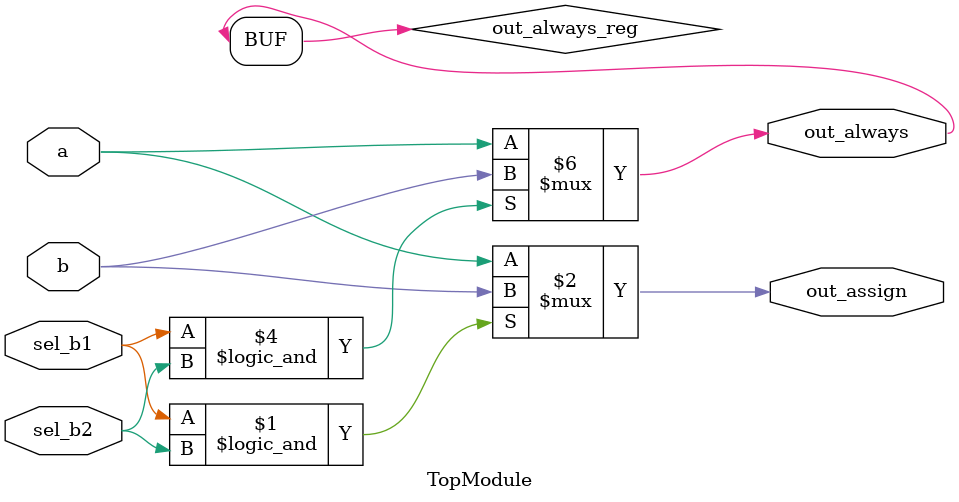
<source format=sv>
module TopModule(
    input wire a,
    input wire b,
    input wire sel_b1,
    input wire sel_b2,
    output wire out_assign,
    output wire out_always
);

    // Assign-based mux
    assign out_assign = (sel_b1 && sel_b2) ? b : a;

    // Procedural always block mux
    reg out_always_reg;
    assign out_always = out_always_reg;

    always @(*) begin
        if (sel_b1 && sel_b2)
            out_always_reg = b;
        else
            out_always_reg = a;
    end

endmodule
</source>
